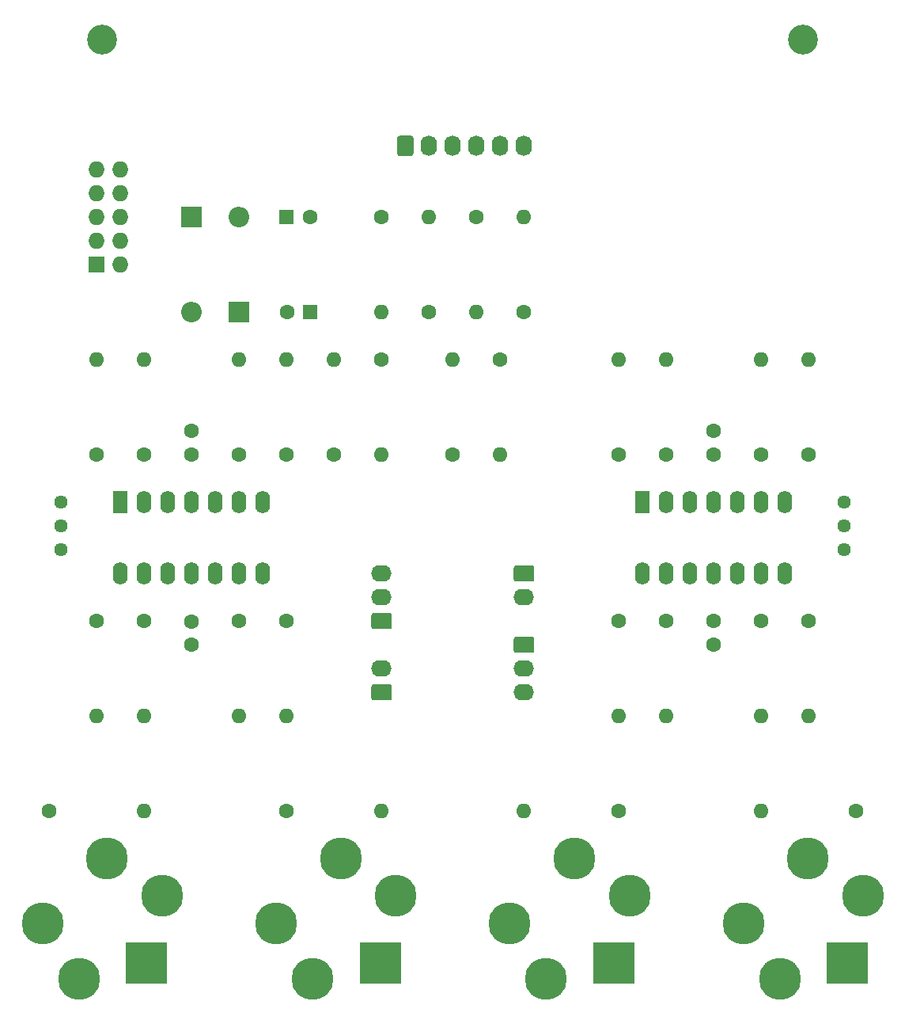
<source format=gbr>
%TF.GenerationSoftware,KiCad,Pcbnew,5.1.12-84ad8e8a86~92~ubuntu20.04.1*%
%TF.CreationDate,2021-11-30T23:55:42-05:00*%
%TF.ProjectId,joystick,6a6f7973-7469-4636-9b2e-6b696361645f,rev?*%
%TF.SameCoordinates,Original*%
%TF.FileFunction,Soldermask,Top*%
%TF.FilePolarity,Negative*%
%FSLAX46Y46*%
G04 Gerber Fmt 4.6, Leading zero omitted, Abs format (unit mm)*
G04 Created by KiCad (PCBNEW 5.1.12-84ad8e8a86~92~ubuntu20.04.1) date 2021-11-30 23:55:42*
%MOMM*%
%LPD*%
G01*
G04 APERTURE LIST*
%ADD10C,1.440000*%
%ADD11O,1.600000X2.400000*%
%ADD12R,1.600000X2.400000*%
%ADD13C,1.600000*%
%ADD14O,1.600000X1.600000*%
%ADD15R,1.600000X1.600000*%
%ADD16O,2.200000X1.740000*%
%ADD17C,3.200000*%
%ADD18C,4.500001*%
%ADD19C,4.500000*%
%ADD20R,4.500001X4.500001*%
%ADD21O,1.740000X2.190000*%
%ADD22O,2.200000X2.200000*%
%ADD23R,2.200000X2.200000*%
%ADD24O,1.727200X1.727200*%
%ADD25R,1.727200X1.727200*%
G04 APERTURE END LIST*
D10*
%TO.C,RV4*%
X188910000Y-100480000D03*
X188910000Y-103020000D03*
X188910000Y-105560000D03*
%TD*%
%TO.C,RV1*%
X105090000Y-100480000D03*
X105090000Y-103020000D03*
X105090000Y-105560000D03*
%TD*%
D11*
%TO.C,U2*%
X167320000Y-108100000D03*
X182560000Y-100480000D03*
X169860000Y-108100000D03*
X180020000Y-100480000D03*
X172400000Y-108100000D03*
X177480000Y-100480000D03*
X174940000Y-108100000D03*
X174940000Y-100480000D03*
X177480000Y-108100000D03*
X172400000Y-100480000D03*
X180020000Y-108100000D03*
X169860000Y-100480000D03*
X182560000Y-108100000D03*
D12*
X167320000Y-100480000D03*
%TD*%
D13*
%TO.C,R20*%
X164780000Y-95400000D03*
D14*
X164780000Y-85240000D03*
%TD*%
D13*
%TO.C,C1*%
X129260000Y-80160000D03*
D15*
X131760000Y-80160000D03*
%TD*%
D13*
%TO.C,C2*%
X131720000Y-70000000D03*
D15*
X129220000Y-70000000D03*
%TD*%
D16*
%TO.C,J14*%
X154620000Y-110640000D03*
G36*
G01*
X153769999Y-107230000D02*
X155470001Y-107230000D01*
G75*
G02*
X155720000Y-107479999I0J-249999D01*
G01*
X155720000Y-108720001D01*
G75*
G02*
X155470001Y-108970000I-249999J0D01*
G01*
X153769999Y-108970000D01*
G75*
G02*
X153520000Y-108720001I0J249999D01*
G01*
X153520000Y-107479999D01*
G75*
G02*
X153769999Y-107230000I249999J0D01*
G01*
G37*
%TD*%
%TO.C,J12*%
X154620000Y-120800000D03*
X154620000Y-118260000D03*
G36*
G01*
X153769999Y-114850000D02*
X155470001Y-114850000D01*
G75*
G02*
X155720000Y-115099999I0J-249999D01*
G01*
X155720000Y-116340001D01*
G75*
G02*
X155470001Y-116590000I-249999J0D01*
G01*
X153769999Y-116590000D01*
G75*
G02*
X153520000Y-116340001I0J249999D01*
G01*
X153520000Y-115099999D01*
G75*
G02*
X153769999Y-114850000I249999J0D01*
G01*
G37*
%TD*%
%TO.C,J8*%
X139380000Y-118260000D03*
G36*
G01*
X140230001Y-121670000D02*
X138529999Y-121670000D01*
G75*
G02*
X138280000Y-121420001I0J249999D01*
G01*
X138280000Y-120179999D01*
G75*
G02*
X138529999Y-119930000I249999J0D01*
G01*
X140230001Y-119930000D01*
G75*
G02*
X140480000Y-120179999I0J-249999D01*
G01*
X140480000Y-121420001D01*
G75*
G02*
X140230001Y-121670000I-249999J0D01*
G01*
G37*
%TD*%
%TO.C,J7*%
X139380000Y-108100000D03*
X139380000Y-110640000D03*
G36*
G01*
X140230001Y-114050000D02*
X138529999Y-114050000D01*
G75*
G02*
X138280000Y-113800001I0J249999D01*
G01*
X138280000Y-112559999D01*
G75*
G02*
X138529999Y-112310000I249999J0D01*
G01*
X140230001Y-112310000D01*
G75*
G02*
X140480000Y-112559999I0J-249999D01*
G01*
X140480000Y-113800001D01*
G75*
G02*
X140230001Y-114050000I-249999J0D01*
G01*
G37*
%TD*%
D17*
%TO.C,H2*%
X184500000Y-51000000D03*
%TD*%
%TO.C,H1*%
X109500000Y-51000000D03*
%TD*%
D18*
%TO.C,J13*%
X190900000Y-142500000D03*
D19*
X182000000Y-151400000D03*
D18*
X185000000Y-138600000D03*
D20*
X189240000Y-149740000D03*
D19*
X178100000Y-145500000D03*
%TD*%
D18*
%TO.C,J11*%
X140900000Y-142500000D03*
D19*
X132000000Y-151400000D03*
D18*
X135000000Y-138600000D03*
D20*
X139240000Y-149740000D03*
D19*
X128100000Y-145500000D03*
%TD*%
D18*
%TO.C,J6*%
X165900000Y-142500000D03*
D19*
X157000000Y-151400000D03*
D18*
X160000000Y-138600000D03*
D20*
X164240000Y-149740000D03*
D19*
X153100000Y-145500000D03*
%TD*%
D18*
%TO.C,J4*%
X115900000Y-142500000D03*
D19*
X107000000Y-151400000D03*
D18*
X110000000Y-138600000D03*
D20*
X114240000Y-149740000D03*
D19*
X103100000Y-145500000D03*
%TD*%
D21*
%TO.C,J5*%
X154620000Y-62380000D03*
X152080000Y-62380000D03*
X149540000Y-62380000D03*
X147000000Y-62380000D03*
X144460000Y-62380000D03*
G36*
G01*
X141050000Y-63225001D02*
X141050000Y-61534999D01*
G75*
G02*
X141299999Y-61285000I249999J0D01*
G01*
X142540001Y-61285000D01*
G75*
G02*
X142790000Y-61534999I0J-249999D01*
G01*
X142790000Y-63225001D01*
G75*
G02*
X142540001Y-63475000I-249999J0D01*
G01*
X141299999Y-63475000D01*
G75*
G02*
X141050000Y-63225001I0J249999D01*
G01*
G37*
%TD*%
D13*
%TO.C,R28*%
X190180000Y-133500000D03*
D14*
X180020000Y-133500000D03*
%TD*%
D13*
%TO.C,R27*%
X164780000Y-113180000D03*
D14*
X164780000Y-123340000D03*
%TD*%
D13*
%TO.C,R26*%
X169860000Y-113180000D03*
D14*
X169860000Y-123340000D03*
%TD*%
D13*
%TO.C,R25*%
X129220000Y-133500000D03*
D14*
X139380000Y-133500000D03*
%TD*%
D13*
%TO.C,R24*%
X185100000Y-113180000D03*
D14*
X185100000Y-123340000D03*
%TD*%
D13*
%TO.C,R23*%
X180020000Y-113180000D03*
D14*
X180020000Y-123340000D03*
%TD*%
D13*
%TO.C,R22*%
X185100000Y-95400000D03*
D14*
X185100000Y-85240000D03*
%TD*%
D13*
%TO.C,R21*%
X180020000Y-95400000D03*
D14*
X180020000Y-85240000D03*
%TD*%
D13*
%TO.C,R17*%
X169860000Y-95400000D03*
D14*
X169860000Y-85240000D03*
%TD*%
D13*
%TO.C,R19*%
X147000000Y-95400000D03*
D14*
X147000000Y-85240000D03*
%TD*%
D13*
%TO.C,R18*%
X152080000Y-85240000D03*
D14*
X152080000Y-95400000D03*
%TD*%
D13*
%TO.C,R16*%
X149540000Y-70000000D03*
D14*
X149540000Y-80160000D03*
%TD*%
D13*
%TO.C,R15*%
X154620000Y-80160000D03*
D14*
X154620000Y-70000000D03*
%TD*%
D13*
%TO.C,R14*%
X164780000Y-133500000D03*
D14*
X154620000Y-133500000D03*
%TD*%
D13*
%TO.C,R13*%
X108900000Y-113180000D03*
D14*
X108900000Y-123340000D03*
%TD*%
D13*
%TO.C,R12*%
X113980000Y-113180000D03*
D14*
X113980000Y-123340000D03*
%TD*%
D13*
%TO.C,R11*%
X103820000Y-133500000D03*
D14*
X113980000Y-133500000D03*
%TD*%
D13*
%TO.C,R10*%
X129220000Y-113180000D03*
D14*
X129220000Y-123340000D03*
%TD*%
D13*
%TO.C,R9*%
X124140000Y-113180000D03*
D14*
X124140000Y-123340000D03*
%TD*%
D13*
%TO.C,R8*%
X129220000Y-95400000D03*
D14*
X129220000Y-85240000D03*
%TD*%
D13*
%TO.C,R7*%
X124140000Y-95400000D03*
D14*
X124140000Y-85240000D03*
%TD*%
D13*
%TO.C,R6*%
X108900000Y-95400000D03*
D14*
X108900000Y-85240000D03*
%TD*%
D13*
%TO.C,R3*%
X113980000Y-95400000D03*
D14*
X113980000Y-85240000D03*
%TD*%
D13*
%TO.C,C6*%
X174940000Y-95360000D03*
X174940000Y-92860000D03*
%TD*%
%TO.C,C5*%
X174940000Y-115680000D03*
X174940000Y-113180000D03*
%TD*%
%TO.C,R5*%
X134300000Y-95400000D03*
D14*
X134300000Y-85240000D03*
%TD*%
D13*
%TO.C,R4*%
X139380000Y-85240000D03*
D14*
X139380000Y-95400000D03*
%TD*%
D13*
%TO.C,R2*%
X139380000Y-70000000D03*
D14*
X139380000Y-80160000D03*
%TD*%
D13*
%TO.C,R1*%
X144460000Y-80160000D03*
D14*
X144460000Y-70000000D03*
%TD*%
D22*
%TO.C,D1*%
X124140000Y-70000000D03*
D23*
X124140000Y-80160000D03*
%TD*%
D22*
%TO.C,D2*%
X119060000Y-80160000D03*
D23*
X119060000Y-70000000D03*
%TD*%
D11*
%TO.C,U1*%
X111440000Y-108100000D03*
X126680000Y-100480000D03*
X113980000Y-108100000D03*
X124140000Y-100480000D03*
X116520000Y-108100000D03*
X121600000Y-100480000D03*
X119060000Y-108100000D03*
X119060000Y-100480000D03*
X121600000Y-108100000D03*
X116520000Y-100480000D03*
X124140000Y-108100000D03*
X113980000Y-100480000D03*
X126680000Y-108100000D03*
D12*
X111440000Y-100480000D03*
%TD*%
D13*
%TO.C,C3*%
X119060000Y-92860000D03*
X119060000Y-95360000D03*
%TD*%
%TO.C,C4*%
X119060000Y-113220000D03*
X119060000Y-115720000D03*
%TD*%
D24*
%TO.C,J1*%
X111440000Y-64920000D03*
X108900000Y-64920000D03*
X111440000Y-67460000D03*
X108900000Y-67460000D03*
X111440000Y-70000000D03*
X108900000Y-70000000D03*
X111440000Y-72540000D03*
X108900000Y-72540000D03*
X111440000Y-75080000D03*
D25*
X108900000Y-75080000D03*
%TD*%
M02*

</source>
